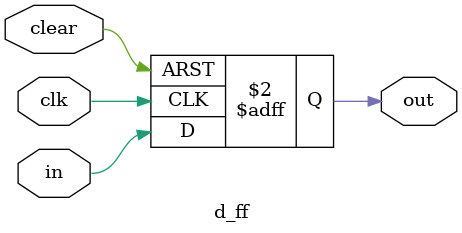
<source format=v>

module register(output [15:0] out,
            input [15:0] in,
            input clk, clear);

d_ff d0(out[0],in[0],clk,clear);
d_ff d1(out[1],in[1],clk,clear);
d_ff d2(out[2],in[2],clk,clear);
d_ff d3(out[3],in[3],clk,clear);
d_ff d4(out[4],in[4],clk,clear);
d_ff d5(out[5],in[5],clk,clear);
d_ff d6(out[6],in[6],clk,clear);
d_ff d7(out[7],in[7],clk,clear);
d_ff d8(out[8],in[8],clk,clear);
d_ff d9(out[9],in[9],clk,clear);
d_ff d10(out[10],in[10],clk,clear);
d_ff d11(out[11],in[11],clk,clear);
d_ff d12(out[12],in[12],clk,clear);
d_ff d13(out[13],in[13],clk,clear);
d_ff d14(out[14],in[14],clk,clear);
d_ff d15(out[15],in[15],clk,clear);

endmodule

module d_ff(output reg out,
            input in, clk, clear);

always @ (posedge clear or negedge clk)
begin
    if (clear)
    out <= 1'b0;
    else
    out <= in;
end

endmodule
</source>
